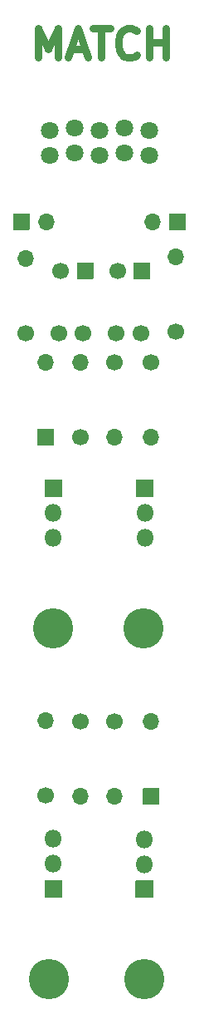
<source format=gts>
%TF.GenerationSoftware,KiCad,Pcbnew,5.1.7-a382d34a8~87~ubuntu18.04.1*%
%TF.CreationDate,2020-10-20T20:58:06+01:00*%
%TF.ProjectId,transistor-matchers,7472616e-7369-4737-946f-722d6d617463,rev?*%
%TF.SameCoordinates,Original*%
%TF.FileFunction,Soldermask,Top*%
%TF.FilePolarity,Negative*%
%FSLAX46Y46*%
G04 Gerber Fmt 4.6, Leading zero omitted, Abs format (unit mm)*
G04 Created by KiCad (PCBNEW 5.1.7-a382d34a8~87~ubuntu18.04.1) date 2020-10-20 20:58:06*
%MOMM*%
%LPD*%
G01*
G04 APERTURE LIST*
%ADD10C,0.750000*%
%ADD11O,1.700000X1.700000*%
%ADD12C,1.700000*%
%ADD13C,4.100000*%
%ADD14O,1.800000X1.800000*%
%ADD15C,1.800000*%
G04 APERTURE END LIST*
D10*
X157444830Y-76107122D02*
X157444830Y-73107122D01*
X158444830Y-75249980D01*
X159444830Y-73107122D01*
X159444830Y-76107122D01*
X160730544Y-75249980D02*
X162159115Y-75249980D01*
X160444830Y-76107122D02*
X161444830Y-73107122D01*
X162444830Y-76107122D01*
X163016258Y-73107122D02*
X164730544Y-73107122D01*
X163873401Y-76107122D02*
X163873401Y-73107122D01*
X167444830Y-75821408D02*
X167301972Y-75964265D01*
X166873401Y-76107122D01*
X166587687Y-76107122D01*
X166159115Y-75964265D01*
X165873401Y-75678551D01*
X165730544Y-75392837D01*
X165587687Y-74821408D01*
X165587687Y-74392837D01*
X165730544Y-73821408D01*
X165873401Y-73535694D01*
X166159115Y-73249980D01*
X166587687Y-73107122D01*
X166873401Y-73107122D01*
X167301972Y-73249980D01*
X167444830Y-73392837D01*
X168730544Y-76107122D02*
X168730544Y-73107122D01*
X168730544Y-74535694D02*
X170444830Y-74535694D01*
X170444830Y-76107122D02*
X170444830Y-73107122D01*
D11*
%TO.C,R8*%
X156095000Y-96580000D03*
D12*
X156095000Y-104200000D03*
%TD*%
D11*
%TO.C,R7*%
X171495000Y-96380000D03*
D12*
X171495000Y-104000000D03*
%TD*%
D11*
%TO.C,D4*%
X158235000Y-92800000D03*
G36*
G01*
X154845000Y-93600000D02*
X154845000Y-92000000D01*
G75*
G02*
X154895000Y-91950000I50000J0D01*
G01*
X156495000Y-91950000D01*
G75*
G02*
X156545000Y-92000000I0J-50000D01*
G01*
X156545000Y-93600000D01*
G75*
G02*
X156495000Y-93650000I-50000J0D01*
G01*
X154895000Y-93650000D01*
G75*
G02*
X154845000Y-93600000I0J50000D01*
G01*
G37*
%TD*%
%TO.C,D3*%
X169095000Y-92800000D03*
G36*
G01*
X172485000Y-92000000D02*
X172485000Y-93600000D01*
G75*
G02*
X172435000Y-93650000I-50000J0D01*
G01*
X170835000Y-93650000D01*
G75*
G02*
X170785000Y-93600000I0J50000D01*
G01*
X170785000Y-92000000D01*
G75*
G02*
X170835000Y-91950000I50000J0D01*
G01*
X172435000Y-91950000D01*
G75*
G02*
X172485000Y-92000000I0J-50000D01*
G01*
G37*
%TD*%
D12*
%TO.C,C4*%
X161995000Y-104200000D03*
X159495000Y-104200000D03*
%TD*%
%TO.C,C3*%
X159695000Y-97800000D03*
G36*
G01*
X163045000Y-97000000D02*
X163045000Y-98600000D01*
G75*
G02*
X162995000Y-98650000I-50000J0D01*
G01*
X161395000Y-98650000D01*
G75*
G02*
X161345000Y-98600000I0J50000D01*
G01*
X161345000Y-97000000D01*
G75*
G02*
X161395000Y-96950000I50000J0D01*
G01*
X162995000Y-96950000D01*
G75*
G02*
X163045000Y-97000000I0J-50000D01*
G01*
G37*
%TD*%
%TO.C,C2*%
X165395000Y-104200000D03*
X167895000Y-104200000D03*
%TD*%
%TO.C,C1*%
X165495000Y-97800000D03*
G36*
G01*
X168845000Y-97000000D02*
X168845000Y-98600000D01*
G75*
G02*
X168795000Y-98650000I-50000J0D01*
G01*
X167195000Y-98650000D01*
G75*
G02*
X167145000Y-98600000I0J50000D01*
G01*
X167145000Y-97000000D01*
G75*
G02*
X167195000Y-96950000I50000J0D01*
G01*
X168795000Y-96950000D01*
G75*
G02*
X168845000Y-97000000I0J-50000D01*
G01*
G37*
%TD*%
D13*
%TO.C,PNP-TEST2*%
X168250000Y-170000000D03*
%TD*%
%TO.C,PNP-TEST1*%
X158500000Y-170000000D03*
%TD*%
%TO.C,NPN-TEST2*%
X168195000Y-134250000D03*
%TD*%
%TO.C,NPN-TEST1*%
X158945000Y-134250000D03*
%TD*%
D11*
%TO.C,R6*%
X161695000Y-151370000D03*
D12*
X161695000Y-143750000D03*
%TD*%
D11*
%TO.C,R5*%
X165195000Y-151370000D03*
D12*
X165195000Y-143750000D03*
%TD*%
D11*
%TO.C,R4*%
X158195000Y-143630000D03*
D12*
X158195000Y-151250000D03*
%TD*%
D11*
%TO.C,R3*%
X168945000Y-114750000D03*
D12*
X168945000Y-107130000D03*
%TD*%
D11*
%TO.C,R2*%
X165195000Y-114750000D03*
D12*
X165195000Y-107130000D03*
%TD*%
D11*
%TO.C,R1*%
X161695000Y-107130000D03*
D12*
X161695000Y-114750000D03*
%TD*%
D14*
%TO.C,PNP2*%
X168250000Y-155710000D03*
X168250000Y-158250000D03*
G36*
G01*
X169150000Y-159940000D02*
X169150000Y-161640000D01*
G75*
G02*
X169100000Y-161690000I-50000J0D01*
G01*
X167400000Y-161690000D01*
G75*
G02*
X167350000Y-161640000I0J50000D01*
G01*
X167350000Y-159940000D01*
G75*
G02*
X167400000Y-159890000I50000J0D01*
G01*
X169100000Y-159890000D01*
G75*
G02*
X169150000Y-159940000I0J-50000D01*
G01*
G37*
%TD*%
%TO.C,PNP1*%
X158945000Y-155670000D03*
X158945000Y-158210000D03*
G36*
G01*
X159845000Y-159900000D02*
X159845000Y-161600000D01*
G75*
G02*
X159795000Y-161650000I-50000J0D01*
G01*
X158095000Y-161650000D01*
G75*
G02*
X158045000Y-161600000I0J50000D01*
G01*
X158045000Y-159900000D01*
G75*
G02*
X158095000Y-159850000I50000J0D01*
G01*
X159795000Y-159850000D01*
G75*
G02*
X159845000Y-159900000I0J-50000D01*
G01*
G37*
%TD*%
%TO.C,NPN2*%
X168295000Y-125040000D03*
X168295000Y-122500000D03*
G36*
G01*
X167395000Y-120810000D02*
X167395000Y-119110000D01*
G75*
G02*
X167445000Y-119060000I50000J0D01*
G01*
X169145000Y-119060000D01*
G75*
G02*
X169195000Y-119110000I0J-50000D01*
G01*
X169195000Y-120810000D01*
G75*
G02*
X169145000Y-120860000I-50000J0D01*
G01*
X167445000Y-120860000D01*
G75*
G02*
X167395000Y-120810000I0J50000D01*
G01*
G37*
%TD*%
%TO.C,NPN1*%
X158945000Y-125040000D03*
X158945000Y-122500000D03*
G36*
G01*
X158045000Y-120810000D02*
X158045000Y-119110000D01*
G75*
G02*
X158095000Y-119060000I50000J0D01*
G01*
X159795000Y-119060000D01*
G75*
G02*
X159845000Y-119110000I0J-50000D01*
G01*
X159845000Y-120810000D01*
G75*
G02*
X159795000Y-120860000I-50000J0D01*
G01*
X158095000Y-120860000D01*
G75*
G02*
X158045000Y-120810000I0J50000D01*
G01*
G37*
%TD*%
D15*
%TO.C,J1*%
X158595000Y-86020000D03*
X158595000Y-83480000D03*
X161135000Y-85766000D03*
X161135000Y-83226000D03*
X163675000Y-86020000D03*
X163675000Y-83480000D03*
X166215000Y-85766000D03*
X166215000Y-83226000D03*
X168755000Y-86020000D03*
X168755000Y-83480000D03*
%TD*%
D11*
%TO.C,D2*%
X168945000Y-143750000D03*
G36*
G01*
X169745000Y-152220000D02*
X168145000Y-152220000D01*
G75*
G02*
X168095000Y-152170000I0J50000D01*
G01*
X168095000Y-150570000D01*
G75*
G02*
X168145000Y-150520000I50000J0D01*
G01*
X169745000Y-150520000D01*
G75*
G02*
X169795000Y-150570000I0J-50000D01*
G01*
X169795000Y-152170000D01*
G75*
G02*
X169745000Y-152220000I-50000J0D01*
G01*
G37*
%TD*%
%TO.C,D1*%
X158195000Y-107130000D03*
G36*
G01*
X158995000Y-115600000D02*
X157395000Y-115600000D01*
G75*
G02*
X157345000Y-115550000I0J50000D01*
G01*
X157345000Y-113950000D01*
G75*
G02*
X157395000Y-113900000I50000J0D01*
G01*
X158995000Y-113900000D01*
G75*
G02*
X159045000Y-113950000I0J-50000D01*
G01*
X159045000Y-115550000D01*
G75*
G02*
X158995000Y-115600000I-50000J0D01*
G01*
G37*
%TD*%
M02*

</source>
